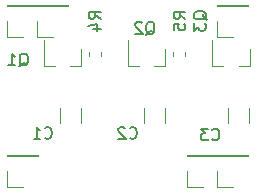
<source format=gbr>
G04 #@! TF.GenerationSoftware,KiCad,Pcbnew,(5.1.6)-1*
G04 #@! TF.CreationDate,2020-11-03T09:51:37+03:00*
G04 #@! TF.ProjectId,UlTi_driver_ext_board,556c5469-5f64-4726-9976-65725f657874,rev?*
G04 #@! TF.SameCoordinates,Original*
G04 #@! TF.FileFunction,Legend,Bot*
G04 #@! TF.FilePolarity,Positive*
%FSLAX46Y46*%
G04 Gerber Fmt 4.6, Leading zero omitted, Abs format (unit mm)*
G04 Created by KiCad (PCBNEW (5.1.6)-1) date 2020-11-03 09:51:37*
%MOMM*%
%LPD*%
G01*
G04 APERTURE LIST*
%ADD10C,0.120000*%
%ADD11C,0.150000*%
G04 APERTURE END LIST*
D10*
X159533000Y-101378936D02*
X159533000Y-102583064D01*
X157713000Y-101378936D02*
X157713000Y-102583064D01*
X152421000Y-101378936D02*
X152421000Y-102583064D01*
X150601000Y-101378936D02*
X150601000Y-102583064D01*
X145309000Y-101378936D02*
X145309000Y-102583064D01*
X143489000Y-101378936D02*
X143489000Y-102583064D01*
X139005000Y-95310000D02*
X140335000Y-95310000D01*
X139005000Y-93980000D02*
X139005000Y-95310000D01*
X139005000Y-92710000D02*
X141665000Y-92710000D01*
X141665000Y-92710000D02*
X141665000Y-92650000D01*
X139005000Y-92710000D02*
X139005000Y-92650000D01*
X139005000Y-92650000D02*
X141665000Y-92650000D01*
X156785000Y-95310000D02*
X158115000Y-95310000D01*
X156785000Y-93980000D02*
X156785000Y-95310000D01*
X156785000Y-92710000D02*
X159445000Y-92710000D01*
X159445000Y-92710000D02*
X159445000Y-92650000D01*
X156785000Y-92710000D02*
X156785000Y-92650000D01*
X156785000Y-92650000D02*
X159445000Y-92650000D01*
X141545000Y-95310000D02*
X142875000Y-95310000D01*
X141545000Y-93980000D02*
X141545000Y-95310000D01*
X141545000Y-92710000D02*
X144205000Y-92710000D01*
X144205000Y-92710000D02*
X144205000Y-92650000D01*
X141545000Y-92710000D02*
X141545000Y-92650000D01*
X141545000Y-92650000D02*
X144205000Y-92650000D01*
X156785000Y-108010000D02*
X158115000Y-108010000D01*
X156785000Y-106680000D02*
X156785000Y-108010000D01*
X156785000Y-105410000D02*
X159445000Y-105410000D01*
X159445000Y-105410000D02*
X159445000Y-105350000D01*
X156785000Y-105410000D02*
X156785000Y-105350000D01*
X156785000Y-105350000D02*
X159445000Y-105350000D01*
X154245000Y-108010000D02*
X155575000Y-108010000D01*
X154245000Y-106680000D02*
X154245000Y-108010000D01*
X154245000Y-105410000D02*
X156905000Y-105410000D01*
X156905000Y-105410000D02*
X156905000Y-105350000D01*
X154245000Y-105410000D02*
X154245000Y-105350000D01*
X154245000Y-105350000D02*
X156905000Y-105350000D01*
X139005000Y-108010000D02*
X140335000Y-108010000D01*
X139005000Y-106680000D02*
X139005000Y-108010000D01*
X139005000Y-105410000D02*
X141665000Y-105410000D01*
X141665000Y-105410000D02*
X141665000Y-105350000D01*
X139005000Y-105410000D02*
X139005000Y-105350000D01*
X139005000Y-105350000D02*
X141665000Y-105350000D01*
X153096500Y-96936779D02*
X153096500Y-96611221D01*
X154116500Y-96936779D02*
X154116500Y-96611221D01*
X145921000Y-96962279D02*
X145921000Y-96636721D01*
X146941000Y-96962279D02*
X146941000Y-96636721D01*
X159568000Y-97788000D02*
X159568000Y-96328000D01*
X156408000Y-97788000D02*
X156408000Y-95628000D01*
X156408000Y-97788000D02*
X157338000Y-97788000D01*
X159568000Y-97788000D02*
X158638000Y-97788000D01*
X152395000Y-97772000D02*
X152395000Y-96312000D01*
X149235000Y-97772000D02*
X149235000Y-95612000D01*
X149235000Y-97772000D02*
X150165000Y-97772000D01*
X152395000Y-97772000D02*
X151465000Y-97772000D01*
X145283000Y-97772000D02*
X145283000Y-96312000D01*
X142123000Y-97772000D02*
X142123000Y-95612000D01*
X142123000Y-97772000D02*
X143053000Y-97772000D01*
X145283000Y-97772000D02*
X144353000Y-97772000D01*
D11*
X156376666Y-103989142D02*
X156424285Y-104036761D01*
X156567142Y-104084380D01*
X156662380Y-104084380D01*
X156805238Y-104036761D01*
X156900476Y-103941523D01*
X156948095Y-103846285D01*
X156995714Y-103655809D01*
X156995714Y-103512952D01*
X156948095Y-103322476D01*
X156900476Y-103227238D01*
X156805238Y-103132000D01*
X156662380Y-103084380D01*
X156567142Y-103084380D01*
X156424285Y-103132000D01*
X156376666Y-103179619D01*
X156043333Y-103084380D02*
X155424285Y-103084380D01*
X155757619Y-103465333D01*
X155614761Y-103465333D01*
X155519523Y-103512952D01*
X155471904Y-103560571D01*
X155424285Y-103655809D01*
X155424285Y-103893904D01*
X155471904Y-103989142D01*
X155519523Y-104036761D01*
X155614761Y-104084380D01*
X155900476Y-104084380D01*
X155995714Y-104036761D01*
X156043333Y-103989142D01*
X149391666Y-103862142D02*
X149439285Y-103909761D01*
X149582142Y-103957380D01*
X149677380Y-103957380D01*
X149820238Y-103909761D01*
X149915476Y-103814523D01*
X149963095Y-103719285D01*
X150010714Y-103528809D01*
X150010714Y-103385952D01*
X149963095Y-103195476D01*
X149915476Y-103100238D01*
X149820238Y-103005000D01*
X149677380Y-102957380D01*
X149582142Y-102957380D01*
X149439285Y-103005000D01*
X149391666Y-103052619D01*
X149010714Y-103052619D02*
X148963095Y-103005000D01*
X148867857Y-102957380D01*
X148629761Y-102957380D01*
X148534523Y-103005000D01*
X148486904Y-103052619D01*
X148439285Y-103147857D01*
X148439285Y-103243095D01*
X148486904Y-103385952D01*
X149058333Y-103957380D01*
X148439285Y-103957380D01*
X142216166Y-103862142D02*
X142263785Y-103909761D01*
X142406642Y-103957380D01*
X142501880Y-103957380D01*
X142644738Y-103909761D01*
X142739976Y-103814523D01*
X142787595Y-103719285D01*
X142835214Y-103528809D01*
X142835214Y-103385952D01*
X142787595Y-103195476D01*
X142739976Y-103100238D01*
X142644738Y-103005000D01*
X142501880Y-102957380D01*
X142406642Y-102957380D01*
X142263785Y-103005000D01*
X142216166Y-103052619D01*
X141263785Y-103957380D02*
X141835214Y-103957380D01*
X141549500Y-103957380D02*
X141549500Y-102957380D01*
X141644738Y-103100238D01*
X141739976Y-103195476D01*
X141835214Y-103243095D01*
X154122380Y-93813333D02*
X153646190Y-93480000D01*
X154122380Y-93241904D02*
X153122380Y-93241904D01*
X153122380Y-93622857D01*
X153170000Y-93718095D01*
X153217619Y-93765714D01*
X153312857Y-93813333D01*
X153455714Y-93813333D01*
X153550952Y-93765714D01*
X153598571Y-93718095D01*
X153646190Y-93622857D01*
X153646190Y-93241904D01*
X153122380Y-94718095D02*
X153122380Y-94241904D01*
X153598571Y-94194285D01*
X153550952Y-94241904D01*
X153503333Y-94337142D01*
X153503333Y-94575238D01*
X153550952Y-94670476D01*
X153598571Y-94718095D01*
X153693809Y-94765714D01*
X153931904Y-94765714D01*
X154027142Y-94718095D01*
X154074761Y-94670476D01*
X154122380Y-94575238D01*
X154122380Y-94337142D01*
X154074761Y-94241904D01*
X154027142Y-94194285D01*
X146946880Y-93813333D02*
X146470690Y-93480000D01*
X146946880Y-93241904D02*
X145946880Y-93241904D01*
X145946880Y-93622857D01*
X145994500Y-93718095D01*
X146042119Y-93765714D01*
X146137357Y-93813333D01*
X146280214Y-93813333D01*
X146375452Y-93765714D01*
X146423071Y-93718095D01*
X146470690Y-93622857D01*
X146470690Y-93241904D01*
X146280214Y-94670476D02*
X146946880Y-94670476D01*
X145899261Y-94432380D02*
X146613547Y-94194285D01*
X146613547Y-94813333D01*
X155932119Y-93884761D02*
X155884500Y-93789523D01*
X155789261Y-93694285D01*
X155646404Y-93551428D01*
X155598785Y-93456190D01*
X155598785Y-93360952D01*
X155836880Y-93408571D02*
X155789261Y-93313333D01*
X155694023Y-93218095D01*
X155503547Y-93170476D01*
X155170214Y-93170476D01*
X154979738Y-93218095D01*
X154884500Y-93313333D01*
X154836880Y-93408571D01*
X154836880Y-93599047D01*
X154884500Y-93694285D01*
X154979738Y-93789523D01*
X155170214Y-93837142D01*
X155503547Y-93837142D01*
X155694023Y-93789523D01*
X155789261Y-93694285D01*
X155836880Y-93599047D01*
X155836880Y-93408571D01*
X154836880Y-94170476D02*
X154836880Y-94789523D01*
X155217833Y-94456190D01*
X155217833Y-94599047D01*
X155265452Y-94694285D01*
X155313071Y-94741904D01*
X155408309Y-94789523D01*
X155646404Y-94789523D01*
X155741642Y-94741904D01*
X155789261Y-94694285D01*
X155836880Y-94599047D01*
X155836880Y-94313333D01*
X155789261Y-94218095D01*
X155741642Y-94170476D01*
X150783238Y-95146619D02*
X150878476Y-95099000D01*
X150973714Y-95003761D01*
X151116571Y-94860904D01*
X151211809Y-94813285D01*
X151307047Y-94813285D01*
X151259428Y-95051380D02*
X151354666Y-95003761D01*
X151449904Y-94908523D01*
X151497523Y-94718047D01*
X151497523Y-94384714D01*
X151449904Y-94194238D01*
X151354666Y-94099000D01*
X151259428Y-94051380D01*
X151068952Y-94051380D01*
X150973714Y-94099000D01*
X150878476Y-94194238D01*
X150830857Y-94384714D01*
X150830857Y-94718047D01*
X150878476Y-94908523D01*
X150973714Y-95003761D01*
X151068952Y-95051380D01*
X151259428Y-95051380D01*
X150449904Y-94146619D02*
X150402285Y-94099000D01*
X150307047Y-94051380D01*
X150068952Y-94051380D01*
X149973714Y-94099000D01*
X149926095Y-94146619D01*
X149878476Y-94241857D01*
X149878476Y-94337095D01*
X149926095Y-94479952D01*
X150497523Y-95051380D01*
X149878476Y-95051380D01*
X140049238Y-97829619D02*
X140144476Y-97782000D01*
X140239714Y-97686761D01*
X140382571Y-97543904D01*
X140477809Y-97496285D01*
X140573047Y-97496285D01*
X140525428Y-97734380D02*
X140620666Y-97686761D01*
X140715904Y-97591523D01*
X140763523Y-97401047D01*
X140763523Y-97067714D01*
X140715904Y-96877238D01*
X140620666Y-96782000D01*
X140525428Y-96734380D01*
X140334952Y-96734380D01*
X140239714Y-96782000D01*
X140144476Y-96877238D01*
X140096857Y-97067714D01*
X140096857Y-97401047D01*
X140144476Y-97591523D01*
X140239714Y-97686761D01*
X140334952Y-97734380D01*
X140525428Y-97734380D01*
X139144476Y-97734380D02*
X139715904Y-97734380D01*
X139430190Y-97734380D02*
X139430190Y-96734380D01*
X139525428Y-96877238D01*
X139620666Y-96972476D01*
X139715904Y-97020095D01*
M02*

</source>
